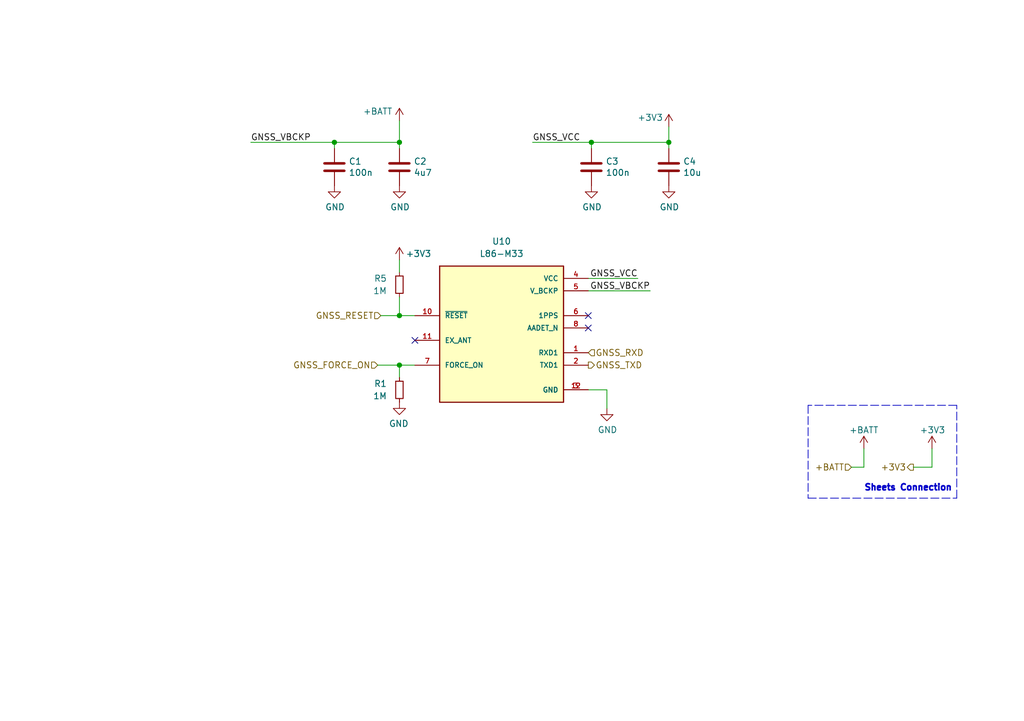
<source format=kicad_sch>
(kicad_sch (version 20231120) (generator "eeschema") (generator_version "8.0")
  (paper "A5")
  (title_block (title "GPS") (date "2024-04-06") (rev "5") (company "Teapot Laboratories"))
  (lib_symbols
    (symbol "Device:C" (pin_numbers hide) (pin_names (offset 0.254))
      (property "Reference" "C" (at 0.635 2.54 0))
      (property "Value" "C" (at 0.635 -2.54 0))
      (symbol "C_0_1"
        (polyline (pts (xy -2.032 -0.762) (xy 2.032 -0.762)) (stroke (width 0.508)))
        (polyline (pts (xy -2.032 0.762) (xy 2.032 0.762)) (stroke (width 0.508)))
      )
      (symbol "C_1_1"
        (pin passive line (at 0 3.81 270) (length 2.794) (name "~") (number "1"))
        (pin passive line (at 0 -3.81 90) (length 2.794) (name "~") (number "2"))
      )
    )
    (symbol "Device:R_Small" (pin_numbers hide) (pin_names (offset 0.254) hide)
      (property "Reference" "R" (at 0.762 0.508 0))
      (property "Value" "R_Small" (at 0.762 -1.016 0))
      (symbol "R_Small_0_1"
        (rectangle (start -0.762 1.778) (end 0.762 -1.778) (stroke (width 0.2032)))
      )
      (symbol "R_Small_1_1"
        (pin passive line (at 0 2.54 270) (length 0.762) (name "~") (number "1"))
        (pin passive line (at 0 -2.54 90) (length 0.762) (name "~") (number "2"))
      )
    )
    (symbol "atlas:L86-M33" (pin_names (offset 1.016))
      (property "Reference" "U" (at -12.7042 12.7042 0))
      (property "Value" "L86-M33" (at -12.7212 -17.8097 0))
      (symbol "L86-M33_0_0"
        (rectangle (start -12.7 12.7) (end 12.7 -15.24) (stroke (width 0.254)) (fill (type background)))
        (pin input line (at 17.78 -5.08 180) (length 5.08) (name "RXD1") (number "1"))
        (pin input line (at -17.78 2.54 0) (length 5.08) (name "~{RESET}") (number "10"))
        (pin input line (at -17.78 -2.54 0) (length 5.08) (name "EX_ANT") (number "11"))
        (pin passive line (at 17.78 -12.7 180) (length 5.08) (name "GND") (number "12"))
        (pin output line (at 17.78 -7.62 180) (length 5.08) (name "TXD1") (number "2"))
        (pin passive line (at 17.78 -12.7 180) (length 5.08) (name "GND") (number "3"))
        (pin power_in line (at 17.78 10.16 180) (length 5.08) (name "VCC") (number "4"))
        (pin power_in line (at 17.78 7.62 180) (length 5.08) (name "V_BCKP") (number "5"))
        (pin output line (at 17.78 2.54 180) (length 5.08) (name "1PPS") (number "6"))
        (pin input line (at -17.78 -7.62 0) (length 5.08) (name "FORCE_ON") (number "7"))
        (pin output line (at 17.78 0 180) (length 5.08) (name "AADET_N") (number "8"))
      )
    )
    (symbol "power:+3.3VP" (power) (pin_names (offset 0))
      (property "Value" "+3.3VP" (at 0 2.54 0))
      (symbol "+3.3VP_0_0"
        (pin power_in line (at 0 0 90) (length 0) hide (name "+3.3VP") (number "1"))
      )
      (symbol "+3.3VP_0_1"
        (polyline (pts (xy -0.762 1.27) (xy 0 2.54)))
        (polyline (pts (xy 0 0) (xy 0 2.54)))
        (polyline (pts (xy 0 2.54) (xy 0.762 1.27)))
      )
    )
    (symbol "power:+3V3" (power) (pin_names (offset 0))
      (property "Value" "+3V3" (at 0 3.556 0))
      (symbol "+3V3_0_1"
        (polyline (pts (xy -0.762 1.27) (xy 0 2.54)))
        (polyline (pts (xy 0 0) (xy 0 2.54)))
        (polyline (pts (xy 0 2.54) (xy 0.762 1.27)))
      )
      (symbol "+3V3_1_1"
        (pin power_in line (at 0 0 90) (length 0) hide (name "+3V3") (number "1"))
      )
    )
    (symbol "power:+BATT" (power) (pin_names (offset 0))
      (property "Value" "+BATT" (at 0 3.556 0))
      (symbol "+BATT_0_1"
        (polyline (pts (xy -0.762 1.27) (xy 0 2.54)))
        (polyline (pts (xy 0 0) (xy 0 2.54)))
        (polyline (pts (xy 0 2.54) (xy 0.762 1.27)))
      )
      (symbol "+BATT_1_1"
        (pin power_in line (at 0 0 90) (length 0) hide (name "+BATT") (number "1"))
      )
    )
    (symbol "power:GND" (power) (pin_names (offset 0))
      (property "Value" "GND" (at 0 -3.81 0))
      (symbol "GND_0_1"
        (polyline (pts (xy 0 0) (xy 0 -1.27) (xy 1.27 -1.27) (xy 0 -2.54) (xy -1.27 -1.27) (xy 0 -1.27)))
      )
      (symbol "GND_1_1"
        (pin power_in line (at 0 0 270) (length 0) hide (name "GND") (number "1"))
      )
    )
  )
  (junction (at 68.58 29.21))
  (junction (at 81.915 74.93))
  (junction (at 81.915 29.21))
  (junction (at 137.16 29.21))
  (junction (at 121.285 29.21))
  (junction (at 81.915 64.77))
  (no_connect (at 120.65 64.77))
  (no_connect (at 120.65 67.31))
  (no_connect (at 85.09 69.85))
  (wire (pts (xy 121.285 29.21) (xy 137.16 29.21)))
  (wire (pts (xy 120.65 80.01) (xy 124.46 80.01)))
  (wire (pts (xy 81.915 64.77) (xy 85.09 64.77)))
  (wire (pts (xy 51.435 29.21) (xy 68.58 29.21)))
  (wire (pts (xy 81.915 29.21) (xy 81.915 30.48)))
  (wire (pts (xy 68.58 29.21) (xy 81.915 29.21)))
  (polyline (pts (xy 196.215 83.185) (xy 165.735 83.185)) (stroke (width 0) (type dash)))
  (wire (pts (xy 121.285 29.21) (xy 121.285 30.48)))
  (wire (pts (xy 124.46 80.01) (xy 124.46 83.82)))
  (wire (pts (xy 68.58 29.21) (xy 68.58 30.48)))
  (polyline (pts (xy 165.735 102.235) (xy 196.215 102.235)) (stroke (width 0) (type dash)))
  (wire (pts (xy 77.47 74.93) (xy 81.915 74.93)))
  (wire (pts (xy 137.16 26.035) (xy 137.16 29.21)))
  (wire (pts (xy 81.915 24.765) (xy 81.915 29.21)))
  (wire (pts (xy 191.135 95.885) (xy 187.325 95.885)))
  (polyline (pts (xy 165.735 83.185) (xy 165.735 102.235)) (stroke (width 0) (type dash)))
  (polyline (pts (xy 196.215 102.235) (xy 196.215 83.185)) (stroke (width 0) (type dash)))
  (wire (pts (xy 120.65 59.69) (xy 133.35 59.69)))
  (wire (pts (xy 81.915 74.93) (xy 85.09 74.93)))
  (wire (pts (xy 191.135 92.075) (xy 191.135 95.885)))
  (wire (pts (xy 81.915 53.34) (xy 81.915 55.88)))
  (wire (pts (xy 137.16 29.21) (xy 137.16 30.48)))
  (wire (pts (xy 177.165 95.885) (xy 174.625 95.885)))
  (wire (pts (xy 120.65 57.15) (xy 130.81 57.15)))
  (wire (pts (xy 81.915 60.96) (xy 81.915 64.77)))
  (wire (pts (xy 81.915 74.93) (xy 81.915 77.47)))
  (wire (pts (xy 109.22 29.21) (xy 121.285 29.21)))
  (wire (pts (xy 177.165 92.075) (xy 177.165 95.885)))
  (wire (pts (xy 78.105 64.77) (xy 81.915 64.77)))
  (text "Sheets Connection" (at 177.165 100.965 0) (effects (font (size 1.27 1.27) (thickness 0.6) (bold yes)) (justify left bottom)))
  (label "GNSS_VBCKP" (at 51.435 29.21 0))
  (label "GNSS_VCC" (at 130.81 57.15 180))
  (label "GNSS_VCC" (at 109.22 29.21 0))
  (label "GNSS_VBCKP" (at 133.35 59.69 180))
  (hierarchical_label "GNSS_RESET" (shape input) (at 78.105 64.77 180))
  (hierarchical_label "GNSS_TXD" (shape output) (at 120.65 74.93 0))
  (hierarchical_label "GNSS_RXD" (shape input) (at 120.65 72.39 0))
  (hierarchical_label "GNSS_FORCE_ON" (shape input) (at 77.47 74.93 180))
  (hierarchical_label "+BATT" (shape input) (at 174.625 95.885 180))
  (hierarchical_label "+3V3" (shape output) (at 187.325 95.885 180))
  (symbol (lib_id "power:GND") (at 68.58 38.1 0) (unit 1)
    (property "Reference" "#PWR01" (effects (hide yes)))
    (property "Value" "GND" (at 68.707 42.4942 0))
  )
  (symbol (lib_id "Device:R_Small") (at 81.915 80.01 0) (mirror y) (unit 1)
    (property "Reference" "R1" (at 79.375 78.7399 0) (effects (justify left)))
    (property "Value" "1M" (at 79.375 81.2799 0) (effects (justify left)))
    (property "Footprint" "Resistor_SMD:R_0603_1608Metric" (effects (hide yes)))
  )
  (symbol (lib_id "Device:C") (at 121.285 34.29 0) (unit 1)
    (property "Reference" "C3" (at 124.206 33.1216 0) (effects (justify left)))
    (property "Value" "100n" (at 124.206 35.433 0) (effects (justify left)))
    (property "Footprint" "Capacitor_SMD:C_0603_1608Metric" (effects (hide yes)))
  )
  (symbol (lib_id "Device:R_Small") (at 81.915 58.42 0) (mirror y) (unit 1)
    (property "Reference" "R5" (at 79.375 57.1499 0) (effects (justify left)))
    (property "Value" "1M" (at 79.375 59.6899 0) (effects (justify left)))
    (property "Footprint" "Resistor_SMD:R_0603_1608Metric" (effects (hide yes)))
  )
  (symbol (lib_id "power:GND") (at 124.46 83.82 0) (unit 1)
    (property "Reference" "#PWR05" (effects (hide yes)))
    (property "Value" "GND" (at 124.587 88.2142 0))
  )
  (symbol (lib_id "power:GND") (at 81.915 38.1 0) (unit 1)
    (property "Reference" "#PWR04" (effects (hide yes)))
    (property "Value" "GND" (at 82.042 42.4942 0))
  )
  (symbol (lib_id "power:+BATT") (at 81.915 24.765 0) (unit 1)
    (property "Reference" "#PWR059" (effects (hide yes)))
    (property "Value" "+BATT" (at 77.47 22.86 0))
  )
  (symbol (lib_id "power:+3.3VP") (at 137.16 26.035 0) (unit 1)
    (property "Reference" "#PWR07" (effects (hide yes)))
    (property "Value" "+3V3" (at 133.35 24.13 0))
  )
  (symbol (lib_id "atlas:L86-M33") (at 102.87 67.31 0) (unit 1)
    (property "Reference" "U10" (at 102.87 49.53 0))
    (property "Value" "L86-M33" (at 102.87 52.07 0))
    (property "Footprint" "atlas:L86-M33" (effects (hide yes)))
    (property "Description" "L86 is an ultra-compact GNSS POT module with an embedded 18.4mm × 18.4mm × 4.0mm patch antenna and utilizes the MediaTek new generation GNSS chipset MT3333 that achieves the perfect performance" (effects (hide yes)))
  )
  (symbol (lib_id "Device:C") (at 81.915 34.29 0) (unit 1)
    (property "Reference" "C2" (at 84.836 33.1216 0) (effects (justify left)))
    (property "Value" "4u7" (at 84.836 35.433 0) (effects (justify left)))
    (property "Footprint" "Capacitor_SMD:C_0603_1608Metric" (effects (hide yes)))
  )
  (symbol (lib_id "power:+BATT") (at 177.165 92.075 0) (unit 1)
    (property "Reference" "#PWR045" (effects (hide yes)))
    (property "Value" "+BATT" (at 177.165 88.265 0))
  )
  (symbol (lib_id "Device:C") (at 137.16 34.29 0) (unit 1)
    (property "Reference" "C4" (at 140.081 33.1216 0) (effects (justify left)))
    (property "Value" "10u" (at 140.081 35.433 0) (effects (justify left)))
    (property "Footprint" "Capacitor_SMD:C_0603_1608Metric" (effects (hide yes)))
  )
  (symbol (lib_id "Device:C") (at 68.58 34.29 0) (unit 1)
    (property "Reference" "C1" (at 71.501 33.1216 0) (effects (justify left)))
    (property "Value" "100n" (at 71.501 35.433 0) (effects (justify left)))
    (property "Footprint" "Capacitor_SMD:C_0603_1608Metric" (effects (hide yes)))
  )
  (symbol (lib_id "power:GND") (at 81.915 82.55 0) (mirror y) (unit 1)
    (property "Reference" "#PWR03" (effects (hide yes)))
    (property "Value" "GND" (at 81.788 86.9442 0))
  )
  (symbol (lib_id "power:+3V3") (at 81.915 53.34 0) (mirror y) (unit 1)
    (property "Reference" "#PWR01" (effects (hide yes)))
    (property "Value" "+3V3" (at 83.185 52.07 0) (effects (justify right)))
  )
  (symbol (lib_id "power:+3V3") (at 191.135 92.075 0) (mirror y) (unit 1)
    (property "Reference" "#PWR061" (effects (hide yes)))
    (property "Value" "+3V3" (at 188.595 88.265 0) (effects (justify right)))
  )
  (symbol (lib_id "power:GND") (at 137.16 38.1 0) (unit 1)
    (property "Reference" "#PWR08" (effects (hide yes)))
    (property "Value" "GND" (at 137.287 42.4942 0))
  )
  (symbol (lib_id "power:GND") (at 121.285 38.1 0) (unit 1)
    (property "Reference" "#PWR06" (effects (hide yes)))
    (property "Value" "GND" (at 121.412 42.4942 0))
  )
)
</source>
